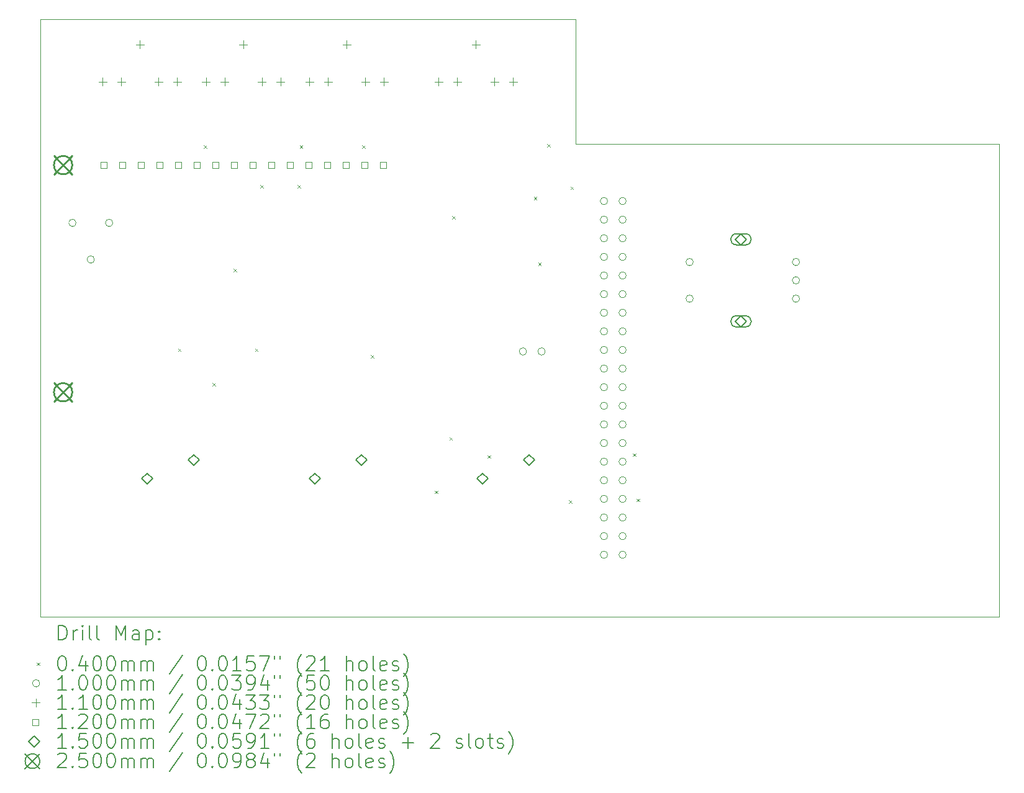
<source format=gbr>
%TF.GenerationSoftware,KiCad,Pcbnew,6.0.11*%
%TF.CreationDate,2024-07-23T18:38:11-05:00*%
%TF.ProjectId,minidexed,6d696e69-6465-4786-9564-2e6b69636164,rev?*%
%TF.SameCoordinates,Original*%
%TF.FileFunction,Drillmap*%
%TF.FilePolarity,Positive*%
%FSLAX45Y45*%
G04 Gerber Fmt 4.5, Leading zero omitted, Abs format (unit mm)*
G04 Created by KiCad (PCBNEW 6.0.11) date 2024-07-23 18:38:11*
%MOMM*%
%LPD*%
G01*
G04 APERTURE LIST*
%ADD10C,0.100000*%
%ADD11C,0.200000*%
%ADD12C,0.040000*%
%ADD13C,0.110000*%
%ADD14C,0.120000*%
%ADD15C,0.150000*%
%ADD16C,0.250000*%
G04 APERTURE END LIST*
D10*
X22525000Y-7600000D02*
X22525000Y-14050000D01*
X9450000Y-14050000D02*
X9450000Y-5900000D01*
X16750000Y-7600000D02*
X22525000Y-7600000D01*
X22525000Y-14050000D02*
X9450000Y-14050000D01*
X9450000Y-5900000D02*
X16750000Y-5900000D01*
X16750000Y-5900000D02*
X16750000Y-7600000D01*
D11*
D12*
X11330000Y-10390000D02*
X11370000Y-10430000D01*
X11370000Y-10390000D02*
X11330000Y-10430000D01*
X11680000Y-7620000D02*
X11720000Y-7660000D01*
X11720000Y-7620000D02*
X11680000Y-7660000D01*
X11800000Y-10860000D02*
X11840000Y-10900000D01*
X11840000Y-10860000D02*
X11800000Y-10900000D01*
X12090000Y-9300000D02*
X12130000Y-9340000D01*
X12130000Y-9300000D02*
X12090000Y-9340000D01*
X12380000Y-10390000D02*
X12420000Y-10430000D01*
X12420000Y-10390000D02*
X12380000Y-10430000D01*
X12450000Y-8160000D02*
X12490000Y-8200000D01*
X12490000Y-8160000D02*
X12450000Y-8200000D01*
X12960000Y-8160000D02*
X13000000Y-8200000D01*
X13000000Y-8160000D02*
X12960000Y-8200000D01*
X12990000Y-7620000D02*
X13030000Y-7660000D01*
X13030000Y-7620000D02*
X12990000Y-7660000D01*
X13840000Y-7620000D02*
X13880000Y-7660000D01*
X13880000Y-7620000D02*
X13840000Y-7660000D01*
X13960000Y-10480000D02*
X14000000Y-10520000D01*
X14000000Y-10480000D02*
X13960000Y-10520000D01*
X14830000Y-12330000D02*
X14870000Y-12370000D01*
X14870000Y-12330000D02*
X14830000Y-12370000D01*
X15030000Y-11600000D02*
X15070000Y-11640000D01*
X15070000Y-11600000D02*
X15030000Y-11640000D01*
X15070000Y-8580000D02*
X15110000Y-8620000D01*
X15110000Y-8580000D02*
X15070000Y-8620000D01*
X15550000Y-11847350D02*
X15590000Y-11887350D01*
X15590000Y-11847350D02*
X15550000Y-11887350D01*
X16180000Y-8320000D02*
X16220000Y-8360000D01*
X16220000Y-8320000D02*
X16180000Y-8360000D01*
X16240000Y-9220000D02*
X16280000Y-9260000D01*
X16280000Y-9220000D02*
X16240000Y-9260000D01*
X16360000Y-7600000D02*
X16400000Y-7640000D01*
X16400000Y-7600000D02*
X16360000Y-7640000D01*
X16660000Y-12460000D02*
X16700000Y-12500000D01*
X16700000Y-12460000D02*
X16660000Y-12500000D01*
X16680000Y-8180000D02*
X16720000Y-8220000D01*
X16720000Y-8180000D02*
X16680000Y-8220000D01*
X17530000Y-11820000D02*
X17570000Y-11860000D01*
X17570000Y-11820000D02*
X17530000Y-11860000D01*
X17580000Y-12440000D02*
X17620000Y-12480000D01*
X17620000Y-12440000D02*
X17580000Y-12480000D01*
D10*
X9940000Y-8676000D02*
G75*
G03*
X9940000Y-8676000I-50000J0D01*
G01*
X10190000Y-9176000D02*
G75*
G03*
X10190000Y-9176000I-50000J0D01*
G01*
X10440000Y-8676000D02*
G75*
G03*
X10440000Y-8676000I-50000J0D01*
G01*
X16082500Y-10430000D02*
G75*
G03*
X16082500Y-10430000I-50000J0D01*
G01*
X16336500Y-10430000D02*
G75*
G03*
X16336500Y-10430000I-50000J0D01*
G01*
X17187840Y-8378240D02*
G75*
G03*
X17187840Y-8378240I-50000J0D01*
G01*
X17187840Y-8632240D02*
G75*
G03*
X17187840Y-8632240I-50000J0D01*
G01*
X17187840Y-8886240D02*
G75*
G03*
X17187840Y-8886240I-50000J0D01*
G01*
X17187840Y-9140240D02*
G75*
G03*
X17187840Y-9140240I-50000J0D01*
G01*
X17187840Y-9394240D02*
G75*
G03*
X17187840Y-9394240I-50000J0D01*
G01*
X17187840Y-9648240D02*
G75*
G03*
X17187840Y-9648240I-50000J0D01*
G01*
X17187840Y-9902240D02*
G75*
G03*
X17187840Y-9902240I-50000J0D01*
G01*
X17187840Y-10156240D02*
G75*
G03*
X17187840Y-10156240I-50000J0D01*
G01*
X17187840Y-10410240D02*
G75*
G03*
X17187840Y-10410240I-50000J0D01*
G01*
X17187840Y-10664240D02*
G75*
G03*
X17187840Y-10664240I-50000J0D01*
G01*
X17187840Y-10918240D02*
G75*
G03*
X17187840Y-10918240I-50000J0D01*
G01*
X17187840Y-11172240D02*
G75*
G03*
X17187840Y-11172240I-50000J0D01*
G01*
X17187840Y-11426240D02*
G75*
G03*
X17187840Y-11426240I-50000J0D01*
G01*
X17187840Y-11680240D02*
G75*
G03*
X17187840Y-11680240I-50000J0D01*
G01*
X17187840Y-11934240D02*
G75*
G03*
X17187840Y-11934240I-50000J0D01*
G01*
X17187840Y-12188240D02*
G75*
G03*
X17187840Y-12188240I-50000J0D01*
G01*
X17187840Y-12442240D02*
G75*
G03*
X17187840Y-12442240I-50000J0D01*
G01*
X17187840Y-12696240D02*
G75*
G03*
X17187840Y-12696240I-50000J0D01*
G01*
X17187840Y-12950240D02*
G75*
G03*
X17187840Y-12950240I-50000J0D01*
G01*
X17187840Y-13204240D02*
G75*
G03*
X17187840Y-13204240I-50000J0D01*
G01*
X17441840Y-8378240D02*
G75*
G03*
X17441840Y-8378240I-50000J0D01*
G01*
X17441840Y-8632240D02*
G75*
G03*
X17441840Y-8632240I-50000J0D01*
G01*
X17441840Y-8886240D02*
G75*
G03*
X17441840Y-8886240I-50000J0D01*
G01*
X17441840Y-9140240D02*
G75*
G03*
X17441840Y-9140240I-50000J0D01*
G01*
X17441840Y-9394240D02*
G75*
G03*
X17441840Y-9394240I-50000J0D01*
G01*
X17441840Y-9648240D02*
G75*
G03*
X17441840Y-9648240I-50000J0D01*
G01*
X17441840Y-9902240D02*
G75*
G03*
X17441840Y-9902240I-50000J0D01*
G01*
X17441840Y-10156240D02*
G75*
G03*
X17441840Y-10156240I-50000J0D01*
G01*
X17441840Y-10410240D02*
G75*
G03*
X17441840Y-10410240I-50000J0D01*
G01*
X17441840Y-10664240D02*
G75*
G03*
X17441840Y-10664240I-50000J0D01*
G01*
X17441840Y-10918240D02*
G75*
G03*
X17441840Y-10918240I-50000J0D01*
G01*
X17441840Y-11172240D02*
G75*
G03*
X17441840Y-11172240I-50000J0D01*
G01*
X17441840Y-11426240D02*
G75*
G03*
X17441840Y-11426240I-50000J0D01*
G01*
X17441840Y-11680240D02*
G75*
G03*
X17441840Y-11680240I-50000J0D01*
G01*
X17441840Y-11934240D02*
G75*
G03*
X17441840Y-11934240I-50000J0D01*
G01*
X17441840Y-12188240D02*
G75*
G03*
X17441840Y-12188240I-50000J0D01*
G01*
X17441840Y-12442240D02*
G75*
G03*
X17441840Y-12442240I-50000J0D01*
G01*
X17441840Y-12696240D02*
G75*
G03*
X17441840Y-12696240I-50000J0D01*
G01*
X17441840Y-12950240D02*
G75*
G03*
X17441840Y-12950240I-50000J0D01*
G01*
X17441840Y-13204240D02*
G75*
G03*
X17441840Y-13204240I-50000J0D01*
G01*
X18355000Y-9210000D02*
G75*
G03*
X18355000Y-9210000I-50000J0D01*
G01*
X18355000Y-9710000D02*
G75*
G03*
X18355000Y-9710000I-50000J0D01*
G01*
X19805000Y-9210000D02*
G75*
G03*
X19805000Y-9210000I-50000J0D01*
G01*
X19805000Y-9460000D02*
G75*
G03*
X19805000Y-9460000I-50000J0D01*
G01*
X19805000Y-9710000D02*
G75*
G03*
X19805000Y-9710000I-50000J0D01*
G01*
D13*
X10302800Y-6693400D02*
X10302800Y-6803400D01*
X10247800Y-6748400D02*
X10357800Y-6748400D01*
X10556800Y-6693400D02*
X10556800Y-6803400D01*
X10501800Y-6748400D02*
X10611800Y-6748400D01*
X10810800Y-6185400D02*
X10810800Y-6295400D01*
X10755800Y-6240400D02*
X10865800Y-6240400D01*
X11064800Y-6693400D02*
X11064800Y-6803400D01*
X11009800Y-6748400D02*
X11119800Y-6748400D01*
X11318800Y-6693400D02*
X11318800Y-6803400D01*
X11263800Y-6748400D02*
X11373800Y-6748400D01*
X11712500Y-6693400D02*
X11712500Y-6803400D01*
X11657500Y-6748400D02*
X11767500Y-6748400D01*
X11966500Y-6693400D02*
X11966500Y-6803400D01*
X11911500Y-6748400D02*
X12021500Y-6748400D01*
X12220500Y-6185400D02*
X12220500Y-6295400D01*
X12165500Y-6240400D02*
X12275500Y-6240400D01*
X12474500Y-6693400D02*
X12474500Y-6803400D01*
X12419500Y-6748400D02*
X12529500Y-6748400D01*
X12728500Y-6693400D02*
X12728500Y-6803400D01*
X12673500Y-6748400D02*
X12783500Y-6748400D01*
X13122200Y-6693400D02*
X13122200Y-6803400D01*
X13067200Y-6748400D02*
X13177200Y-6748400D01*
X13376200Y-6693400D02*
X13376200Y-6803400D01*
X13321200Y-6748400D02*
X13431200Y-6748400D01*
X13630200Y-6185400D02*
X13630200Y-6295400D01*
X13575200Y-6240400D02*
X13685200Y-6240400D01*
X13884200Y-6693400D02*
X13884200Y-6803400D01*
X13829200Y-6748400D02*
X13939200Y-6748400D01*
X14138200Y-6693400D02*
X14138200Y-6803400D01*
X14083200Y-6748400D02*
X14193200Y-6748400D01*
X14882500Y-6695000D02*
X14882500Y-6805000D01*
X14827500Y-6750000D02*
X14937500Y-6750000D01*
X15136500Y-6695000D02*
X15136500Y-6805000D01*
X15081500Y-6750000D02*
X15191500Y-6750000D01*
X15390500Y-6187000D02*
X15390500Y-6297000D01*
X15335500Y-6242000D02*
X15445500Y-6242000D01*
X15644500Y-6695000D02*
X15644500Y-6805000D01*
X15589500Y-6750000D02*
X15699500Y-6750000D01*
X15898500Y-6695000D02*
X15898500Y-6805000D01*
X15843500Y-6750000D02*
X15953500Y-6750000D01*
D14*
X10355227Y-7930077D02*
X10355227Y-7845223D01*
X10270373Y-7845223D01*
X10270373Y-7930077D01*
X10355227Y-7930077D01*
X10609227Y-7930077D02*
X10609227Y-7845223D01*
X10524373Y-7845223D01*
X10524373Y-7930077D01*
X10609227Y-7930077D01*
X10863227Y-7930077D02*
X10863227Y-7845223D01*
X10778373Y-7845223D01*
X10778373Y-7930077D01*
X10863227Y-7930077D01*
X11117227Y-7930077D02*
X11117227Y-7845223D01*
X11032373Y-7845223D01*
X11032373Y-7930077D01*
X11117227Y-7930077D01*
X11371227Y-7930077D02*
X11371227Y-7845223D01*
X11286373Y-7845223D01*
X11286373Y-7930077D01*
X11371227Y-7930077D01*
X11625227Y-7930077D02*
X11625227Y-7845223D01*
X11540373Y-7845223D01*
X11540373Y-7930077D01*
X11625227Y-7930077D01*
X11879227Y-7930077D02*
X11879227Y-7845223D01*
X11794373Y-7845223D01*
X11794373Y-7930077D01*
X11879227Y-7930077D01*
X12133227Y-7930077D02*
X12133227Y-7845223D01*
X12048373Y-7845223D01*
X12048373Y-7930077D01*
X12133227Y-7930077D01*
X12387227Y-7930077D02*
X12387227Y-7845223D01*
X12302373Y-7845223D01*
X12302373Y-7930077D01*
X12387227Y-7930077D01*
X12641227Y-7930077D02*
X12641227Y-7845223D01*
X12556373Y-7845223D01*
X12556373Y-7930077D01*
X12641227Y-7930077D01*
X12895227Y-7930077D02*
X12895227Y-7845223D01*
X12810373Y-7845223D01*
X12810373Y-7930077D01*
X12895227Y-7930077D01*
X13149227Y-7930077D02*
X13149227Y-7845223D01*
X13064373Y-7845223D01*
X13064373Y-7930077D01*
X13149227Y-7930077D01*
X13403227Y-7930077D02*
X13403227Y-7845223D01*
X13318373Y-7845223D01*
X13318373Y-7930077D01*
X13403227Y-7930077D01*
X13657227Y-7930077D02*
X13657227Y-7845223D01*
X13572373Y-7845223D01*
X13572373Y-7930077D01*
X13657227Y-7930077D01*
X13911227Y-7930077D02*
X13911227Y-7845223D01*
X13826373Y-7845223D01*
X13826373Y-7930077D01*
X13911227Y-7930077D01*
X14165227Y-7930077D02*
X14165227Y-7845223D01*
X14080373Y-7845223D01*
X14080373Y-7930077D01*
X14165227Y-7930077D01*
D15*
X10909000Y-12241000D02*
X10984000Y-12166000D01*
X10909000Y-12091000D01*
X10834000Y-12166000D01*
X10909000Y-12241000D01*
X11544000Y-11987000D02*
X11619000Y-11912000D01*
X11544000Y-11837000D01*
X11469000Y-11912000D01*
X11544000Y-11987000D01*
X13194000Y-12241000D02*
X13269000Y-12166000D01*
X13194000Y-12091000D01*
X13119000Y-12166000D01*
X13194000Y-12241000D01*
X13829000Y-11987000D02*
X13904000Y-11912000D01*
X13829000Y-11837000D01*
X13754000Y-11912000D01*
X13829000Y-11987000D01*
X15479000Y-12241000D02*
X15554000Y-12166000D01*
X15479000Y-12091000D01*
X15404000Y-12166000D01*
X15479000Y-12241000D01*
X16114000Y-11987000D02*
X16189000Y-11912000D01*
X16114000Y-11837000D01*
X16039000Y-11912000D01*
X16114000Y-11987000D01*
X19005000Y-8975000D02*
X19080000Y-8900000D01*
X19005000Y-8825000D01*
X18930000Y-8900000D01*
X19005000Y-8975000D01*
D11*
X19070000Y-8825000D02*
X18940000Y-8825000D01*
X19070000Y-8975000D02*
X18940000Y-8975000D01*
X18940000Y-8825000D02*
G75*
G03*
X18940000Y-8975000I0J-75000D01*
G01*
X19070000Y-8975000D02*
G75*
G03*
X19070000Y-8825000I0J75000D01*
G01*
D15*
X19005000Y-10095000D02*
X19080000Y-10020000D01*
X19005000Y-9945000D01*
X18930000Y-10020000D01*
X19005000Y-10095000D01*
D11*
X19070000Y-9945000D02*
X18940000Y-9945000D01*
X19070000Y-10095000D02*
X18940000Y-10095000D01*
X18940000Y-9945000D02*
G75*
G03*
X18940000Y-10095000I0J-75000D01*
G01*
X19070000Y-10095000D02*
G75*
G03*
X19070000Y-9945000I0J75000D01*
G01*
D16*
X9637890Y-7762650D02*
X9887890Y-8012650D01*
X9887890Y-7762650D02*
X9637890Y-8012650D01*
X9887890Y-7887650D02*
G75*
G03*
X9887890Y-7887650I-125000J0D01*
G01*
X9637890Y-10862720D02*
X9887890Y-11112720D01*
X9887890Y-10862720D02*
X9637890Y-11112720D01*
X9887890Y-10987720D02*
G75*
G03*
X9887890Y-10987720I-125000J0D01*
G01*
D11*
X9702619Y-14365476D02*
X9702619Y-14165476D01*
X9750238Y-14165476D01*
X9778810Y-14175000D01*
X9797857Y-14194048D01*
X9807381Y-14213095D01*
X9816905Y-14251190D01*
X9816905Y-14279762D01*
X9807381Y-14317857D01*
X9797857Y-14336905D01*
X9778810Y-14355952D01*
X9750238Y-14365476D01*
X9702619Y-14365476D01*
X9902619Y-14365476D02*
X9902619Y-14232143D01*
X9902619Y-14270238D02*
X9912143Y-14251190D01*
X9921667Y-14241667D01*
X9940714Y-14232143D01*
X9959762Y-14232143D01*
X10026429Y-14365476D02*
X10026429Y-14232143D01*
X10026429Y-14165476D02*
X10016905Y-14175000D01*
X10026429Y-14184524D01*
X10035952Y-14175000D01*
X10026429Y-14165476D01*
X10026429Y-14184524D01*
X10150238Y-14365476D02*
X10131190Y-14355952D01*
X10121667Y-14336905D01*
X10121667Y-14165476D01*
X10255000Y-14365476D02*
X10235952Y-14355952D01*
X10226429Y-14336905D01*
X10226429Y-14165476D01*
X10483571Y-14365476D02*
X10483571Y-14165476D01*
X10550238Y-14308333D01*
X10616905Y-14165476D01*
X10616905Y-14365476D01*
X10797857Y-14365476D02*
X10797857Y-14260714D01*
X10788333Y-14241667D01*
X10769286Y-14232143D01*
X10731190Y-14232143D01*
X10712143Y-14241667D01*
X10797857Y-14355952D02*
X10778810Y-14365476D01*
X10731190Y-14365476D01*
X10712143Y-14355952D01*
X10702619Y-14336905D01*
X10702619Y-14317857D01*
X10712143Y-14298809D01*
X10731190Y-14289286D01*
X10778810Y-14289286D01*
X10797857Y-14279762D01*
X10893095Y-14232143D02*
X10893095Y-14432143D01*
X10893095Y-14241667D02*
X10912143Y-14232143D01*
X10950238Y-14232143D01*
X10969286Y-14241667D01*
X10978810Y-14251190D01*
X10988333Y-14270238D01*
X10988333Y-14327381D01*
X10978810Y-14346428D01*
X10969286Y-14355952D01*
X10950238Y-14365476D01*
X10912143Y-14365476D01*
X10893095Y-14355952D01*
X11074048Y-14346428D02*
X11083571Y-14355952D01*
X11074048Y-14365476D01*
X11064524Y-14355952D01*
X11074048Y-14346428D01*
X11074048Y-14365476D01*
X11074048Y-14241667D02*
X11083571Y-14251190D01*
X11074048Y-14260714D01*
X11064524Y-14251190D01*
X11074048Y-14241667D01*
X11074048Y-14260714D01*
D12*
X9405000Y-14675000D02*
X9445000Y-14715000D01*
X9445000Y-14675000D02*
X9405000Y-14715000D01*
D11*
X9740714Y-14585476D02*
X9759762Y-14585476D01*
X9778810Y-14595000D01*
X9788333Y-14604524D01*
X9797857Y-14623571D01*
X9807381Y-14661667D01*
X9807381Y-14709286D01*
X9797857Y-14747381D01*
X9788333Y-14766428D01*
X9778810Y-14775952D01*
X9759762Y-14785476D01*
X9740714Y-14785476D01*
X9721667Y-14775952D01*
X9712143Y-14766428D01*
X9702619Y-14747381D01*
X9693095Y-14709286D01*
X9693095Y-14661667D01*
X9702619Y-14623571D01*
X9712143Y-14604524D01*
X9721667Y-14595000D01*
X9740714Y-14585476D01*
X9893095Y-14766428D02*
X9902619Y-14775952D01*
X9893095Y-14785476D01*
X9883571Y-14775952D01*
X9893095Y-14766428D01*
X9893095Y-14785476D01*
X10074048Y-14652143D02*
X10074048Y-14785476D01*
X10026429Y-14575952D02*
X9978810Y-14718809D01*
X10102619Y-14718809D01*
X10216905Y-14585476D02*
X10235952Y-14585476D01*
X10255000Y-14595000D01*
X10264524Y-14604524D01*
X10274048Y-14623571D01*
X10283571Y-14661667D01*
X10283571Y-14709286D01*
X10274048Y-14747381D01*
X10264524Y-14766428D01*
X10255000Y-14775952D01*
X10235952Y-14785476D01*
X10216905Y-14785476D01*
X10197857Y-14775952D01*
X10188333Y-14766428D01*
X10178810Y-14747381D01*
X10169286Y-14709286D01*
X10169286Y-14661667D01*
X10178810Y-14623571D01*
X10188333Y-14604524D01*
X10197857Y-14595000D01*
X10216905Y-14585476D01*
X10407381Y-14585476D02*
X10426429Y-14585476D01*
X10445476Y-14595000D01*
X10455000Y-14604524D01*
X10464524Y-14623571D01*
X10474048Y-14661667D01*
X10474048Y-14709286D01*
X10464524Y-14747381D01*
X10455000Y-14766428D01*
X10445476Y-14775952D01*
X10426429Y-14785476D01*
X10407381Y-14785476D01*
X10388333Y-14775952D01*
X10378810Y-14766428D01*
X10369286Y-14747381D01*
X10359762Y-14709286D01*
X10359762Y-14661667D01*
X10369286Y-14623571D01*
X10378810Y-14604524D01*
X10388333Y-14595000D01*
X10407381Y-14585476D01*
X10559762Y-14785476D02*
X10559762Y-14652143D01*
X10559762Y-14671190D02*
X10569286Y-14661667D01*
X10588333Y-14652143D01*
X10616905Y-14652143D01*
X10635952Y-14661667D01*
X10645476Y-14680714D01*
X10645476Y-14785476D01*
X10645476Y-14680714D02*
X10655000Y-14661667D01*
X10674048Y-14652143D01*
X10702619Y-14652143D01*
X10721667Y-14661667D01*
X10731190Y-14680714D01*
X10731190Y-14785476D01*
X10826429Y-14785476D02*
X10826429Y-14652143D01*
X10826429Y-14671190D02*
X10835952Y-14661667D01*
X10855000Y-14652143D01*
X10883571Y-14652143D01*
X10902619Y-14661667D01*
X10912143Y-14680714D01*
X10912143Y-14785476D01*
X10912143Y-14680714D02*
X10921667Y-14661667D01*
X10940714Y-14652143D01*
X10969286Y-14652143D01*
X10988333Y-14661667D01*
X10997857Y-14680714D01*
X10997857Y-14785476D01*
X11388333Y-14575952D02*
X11216905Y-14833095D01*
X11645476Y-14585476D02*
X11664524Y-14585476D01*
X11683571Y-14595000D01*
X11693095Y-14604524D01*
X11702619Y-14623571D01*
X11712143Y-14661667D01*
X11712143Y-14709286D01*
X11702619Y-14747381D01*
X11693095Y-14766428D01*
X11683571Y-14775952D01*
X11664524Y-14785476D01*
X11645476Y-14785476D01*
X11626428Y-14775952D01*
X11616905Y-14766428D01*
X11607381Y-14747381D01*
X11597857Y-14709286D01*
X11597857Y-14661667D01*
X11607381Y-14623571D01*
X11616905Y-14604524D01*
X11626428Y-14595000D01*
X11645476Y-14585476D01*
X11797857Y-14766428D02*
X11807381Y-14775952D01*
X11797857Y-14785476D01*
X11788333Y-14775952D01*
X11797857Y-14766428D01*
X11797857Y-14785476D01*
X11931190Y-14585476D02*
X11950238Y-14585476D01*
X11969286Y-14595000D01*
X11978809Y-14604524D01*
X11988333Y-14623571D01*
X11997857Y-14661667D01*
X11997857Y-14709286D01*
X11988333Y-14747381D01*
X11978809Y-14766428D01*
X11969286Y-14775952D01*
X11950238Y-14785476D01*
X11931190Y-14785476D01*
X11912143Y-14775952D01*
X11902619Y-14766428D01*
X11893095Y-14747381D01*
X11883571Y-14709286D01*
X11883571Y-14661667D01*
X11893095Y-14623571D01*
X11902619Y-14604524D01*
X11912143Y-14595000D01*
X11931190Y-14585476D01*
X12188333Y-14785476D02*
X12074048Y-14785476D01*
X12131190Y-14785476D02*
X12131190Y-14585476D01*
X12112143Y-14614048D01*
X12093095Y-14633095D01*
X12074048Y-14642619D01*
X12369286Y-14585476D02*
X12274048Y-14585476D01*
X12264524Y-14680714D01*
X12274048Y-14671190D01*
X12293095Y-14661667D01*
X12340714Y-14661667D01*
X12359762Y-14671190D01*
X12369286Y-14680714D01*
X12378809Y-14699762D01*
X12378809Y-14747381D01*
X12369286Y-14766428D01*
X12359762Y-14775952D01*
X12340714Y-14785476D01*
X12293095Y-14785476D01*
X12274048Y-14775952D01*
X12264524Y-14766428D01*
X12445476Y-14585476D02*
X12578809Y-14585476D01*
X12493095Y-14785476D01*
X12645476Y-14585476D02*
X12645476Y-14623571D01*
X12721667Y-14585476D02*
X12721667Y-14623571D01*
X13016905Y-14861667D02*
X13007381Y-14852143D01*
X12988333Y-14823571D01*
X12978809Y-14804524D01*
X12969286Y-14775952D01*
X12959762Y-14728333D01*
X12959762Y-14690238D01*
X12969286Y-14642619D01*
X12978809Y-14614048D01*
X12988333Y-14595000D01*
X13007381Y-14566428D01*
X13016905Y-14556905D01*
X13083571Y-14604524D02*
X13093095Y-14595000D01*
X13112143Y-14585476D01*
X13159762Y-14585476D01*
X13178809Y-14595000D01*
X13188333Y-14604524D01*
X13197857Y-14623571D01*
X13197857Y-14642619D01*
X13188333Y-14671190D01*
X13074048Y-14785476D01*
X13197857Y-14785476D01*
X13388333Y-14785476D02*
X13274048Y-14785476D01*
X13331190Y-14785476D02*
X13331190Y-14585476D01*
X13312143Y-14614048D01*
X13293095Y-14633095D01*
X13274048Y-14642619D01*
X13626428Y-14785476D02*
X13626428Y-14585476D01*
X13712143Y-14785476D02*
X13712143Y-14680714D01*
X13702619Y-14661667D01*
X13683571Y-14652143D01*
X13655000Y-14652143D01*
X13635952Y-14661667D01*
X13626428Y-14671190D01*
X13835952Y-14785476D02*
X13816905Y-14775952D01*
X13807381Y-14766428D01*
X13797857Y-14747381D01*
X13797857Y-14690238D01*
X13807381Y-14671190D01*
X13816905Y-14661667D01*
X13835952Y-14652143D01*
X13864524Y-14652143D01*
X13883571Y-14661667D01*
X13893095Y-14671190D01*
X13902619Y-14690238D01*
X13902619Y-14747381D01*
X13893095Y-14766428D01*
X13883571Y-14775952D01*
X13864524Y-14785476D01*
X13835952Y-14785476D01*
X14016905Y-14785476D02*
X13997857Y-14775952D01*
X13988333Y-14756905D01*
X13988333Y-14585476D01*
X14169286Y-14775952D02*
X14150238Y-14785476D01*
X14112143Y-14785476D01*
X14093095Y-14775952D01*
X14083571Y-14756905D01*
X14083571Y-14680714D01*
X14093095Y-14661667D01*
X14112143Y-14652143D01*
X14150238Y-14652143D01*
X14169286Y-14661667D01*
X14178809Y-14680714D01*
X14178809Y-14699762D01*
X14083571Y-14718809D01*
X14255000Y-14775952D02*
X14274048Y-14785476D01*
X14312143Y-14785476D01*
X14331190Y-14775952D01*
X14340714Y-14756905D01*
X14340714Y-14747381D01*
X14331190Y-14728333D01*
X14312143Y-14718809D01*
X14283571Y-14718809D01*
X14264524Y-14709286D01*
X14255000Y-14690238D01*
X14255000Y-14680714D01*
X14264524Y-14661667D01*
X14283571Y-14652143D01*
X14312143Y-14652143D01*
X14331190Y-14661667D01*
X14407381Y-14861667D02*
X14416905Y-14852143D01*
X14435952Y-14823571D01*
X14445476Y-14804524D01*
X14455000Y-14775952D01*
X14464524Y-14728333D01*
X14464524Y-14690238D01*
X14455000Y-14642619D01*
X14445476Y-14614048D01*
X14435952Y-14595000D01*
X14416905Y-14566428D01*
X14407381Y-14556905D01*
D10*
X9445000Y-14959000D02*
G75*
G03*
X9445000Y-14959000I-50000J0D01*
G01*
D11*
X9807381Y-15049476D02*
X9693095Y-15049476D01*
X9750238Y-15049476D02*
X9750238Y-14849476D01*
X9731190Y-14878048D01*
X9712143Y-14897095D01*
X9693095Y-14906619D01*
X9893095Y-15030428D02*
X9902619Y-15039952D01*
X9893095Y-15049476D01*
X9883571Y-15039952D01*
X9893095Y-15030428D01*
X9893095Y-15049476D01*
X10026429Y-14849476D02*
X10045476Y-14849476D01*
X10064524Y-14859000D01*
X10074048Y-14868524D01*
X10083571Y-14887571D01*
X10093095Y-14925667D01*
X10093095Y-14973286D01*
X10083571Y-15011381D01*
X10074048Y-15030428D01*
X10064524Y-15039952D01*
X10045476Y-15049476D01*
X10026429Y-15049476D01*
X10007381Y-15039952D01*
X9997857Y-15030428D01*
X9988333Y-15011381D01*
X9978810Y-14973286D01*
X9978810Y-14925667D01*
X9988333Y-14887571D01*
X9997857Y-14868524D01*
X10007381Y-14859000D01*
X10026429Y-14849476D01*
X10216905Y-14849476D02*
X10235952Y-14849476D01*
X10255000Y-14859000D01*
X10264524Y-14868524D01*
X10274048Y-14887571D01*
X10283571Y-14925667D01*
X10283571Y-14973286D01*
X10274048Y-15011381D01*
X10264524Y-15030428D01*
X10255000Y-15039952D01*
X10235952Y-15049476D01*
X10216905Y-15049476D01*
X10197857Y-15039952D01*
X10188333Y-15030428D01*
X10178810Y-15011381D01*
X10169286Y-14973286D01*
X10169286Y-14925667D01*
X10178810Y-14887571D01*
X10188333Y-14868524D01*
X10197857Y-14859000D01*
X10216905Y-14849476D01*
X10407381Y-14849476D02*
X10426429Y-14849476D01*
X10445476Y-14859000D01*
X10455000Y-14868524D01*
X10464524Y-14887571D01*
X10474048Y-14925667D01*
X10474048Y-14973286D01*
X10464524Y-15011381D01*
X10455000Y-15030428D01*
X10445476Y-15039952D01*
X10426429Y-15049476D01*
X10407381Y-15049476D01*
X10388333Y-15039952D01*
X10378810Y-15030428D01*
X10369286Y-15011381D01*
X10359762Y-14973286D01*
X10359762Y-14925667D01*
X10369286Y-14887571D01*
X10378810Y-14868524D01*
X10388333Y-14859000D01*
X10407381Y-14849476D01*
X10559762Y-15049476D02*
X10559762Y-14916143D01*
X10559762Y-14935190D02*
X10569286Y-14925667D01*
X10588333Y-14916143D01*
X10616905Y-14916143D01*
X10635952Y-14925667D01*
X10645476Y-14944714D01*
X10645476Y-15049476D01*
X10645476Y-14944714D02*
X10655000Y-14925667D01*
X10674048Y-14916143D01*
X10702619Y-14916143D01*
X10721667Y-14925667D01*
X10731190Y-14944714D01*
X10731190Y-15049476D01*
X10826429Y-15049476D02*
X10826429Y-14916143D01*
X10826429Y-14935190D02*
X10835952Y-14925667D01*
X10855000Y-14916143D01*
X10883571Y-14916143D01*
X10902619Y-14925667D01*
X10912143Y-14944714D01*
X10912143Y-15049476D01*
X10912143Y-14944714D02*
X10921667Y-14925667D01*
X10940714Y-14916143D01*
X10969286Y-14916143D01*
X10988333Y-14925667D01*
X10997857Y-14944714D01*
X10997857Y-15049476D01*
X11388333Y-14839952D02*
X11216905Y-15097095D01*
X11645476Y-14849476D02*
X11664524Y-14849476D01*
X11683571Y-14859000D01*
X11693095Y-14868524D01*
X11702619Y-14887571D01*
X11712143Y-14925667D01*
X11712143Y-14973286D01*
X11702619Y-15011381D01*
X11693095Y-15030428D01*
X11683571Y-15039952D01*
X11664524Y-15049476D01*
X11645476Y-15049476D01*
X11626428Y-15039952D01*
X11616905Y-15030428D01*
X11607381Y-15011381D01*
X11597857Y-14973286D01*
X11597857Y-14925667D01*
X11607381Y-14887571D01*
X11616905Y-14868524D01*
X11626428Y-14859000D01*
X11645476Y-14849476D01*
X11797857Y-15030428D02*
X11807381Y-15039952D01*
X11797857Y-15049476D01*
X11788333Y-15039952D01*
X11797857Y-15030428D01*
X11797857Y-15049476D01*
X11931190Y-14849476D02*
X11950238Y-14849476D01*
X11969286Y-14859000D01*
X11978809Y-14868524D01*
X11988333Y-14887571D01*
X11997857Y-14925667D01*
X11997857Y-14973286D01*
X11988333Y-15011381D01*
X11978809Y-15030428D01*
X11969286Y-15039952D01*
X11950238Y-15049476D01*
X11931190Y-15049476D01*
X11912143Y-15039952D01*
X11902619Y-15030428D01*
X11893095Y-15011381D01*
X11883571Y-14973286D01*
X11883571Y-14925667D01*
X11893095Y-14887571D01*
X11902619Y-14868524D01*
X11912143Y-14859000D01*
X11931190Y-14849476D01*
X12064524Y-14849476D02*
X12188333Y-14849476D01*
X12121667Y-14925667D01*
X12150238Y-14925667D01*
X12169286Y-14935190D01*
X12178809Y-14944714D01*
X12188333Y-14963762D01*
X12188333Y-15011381D01*
X12178809Y-15030428D01*
X12169286Y-15039952D01*
X12150238Y-15049476D01*
X12093095Y-15049476D01*
X12074048Y-15039952D01*
X12064524Y-15030428D01*
X12283571Y-15049476D02*
X12321667Y-15049476D01*
X12340714Y-15039952D01*
X12350238Y-15030428D01*
X12369286Y-15001857D01*
X12378809Y-14963762D01*
X12378809Y-14887571D01*
X12369286Y-14868524D01*
X12359762Y-14859000D01*
X12340714Y-14849476D01*
X12302619Y-14849476D01*
X12283571Y-14859000D01*
X12274048Y-14868524D01*
X12264524Y-14887571D01*
X12264524Y-14935190D01*
X12274048Y-14954238D01*
X12283571Y-14963762D01*
X12302619Y-14973286D01*
X12340714Y-14973286D01*
X12359762Y-14963762D01*
X12369286Y-14954238D01*
X12378809Y-14935190D01*
X12550238Y-14916143D02*
X12550238Y-15049476D01*
X12502619Y-14839952D02*
X12455000Y-14982809D01*
X12578809Y-14982809D01*
X12645476Y-14849476D02*
X12645476Y-14887571D01*
X12721667Y-14849476D02*
X12721667Y-14887571D01*
X13016905Y-15125667D02*
X13007381Y-15116143D01*
X12988333Y-15087571D01*
X12978809Y-15068524D01*
X12969286Y-15039952D01*
X12959762Y-14992333D01*
X12959762Y-14954238D01*
X12969286Y-14906619D01*
X12978809Y-14878048D01*
X12988333Y-14859000D01*
X13007381Y-14830428D01*
X13016905Y-14820905D01*
X13188333Y-14849476D02*
X13093095Y-14849476D01*
X13083571Y-14944714D01*
X13093095Y-14935190D01*
X13112143Y-14925667D01*
X13159762Y-14925667D01*
X13178809Y-14935190D01*
X13188333Y-14944714D01*
X13197857Y-14963762D01*
X13197857Y-15011381D01*
X13188333Y-15030428D01*
X13178809Y-15039952D01*
X13159762Y-15049476D01*
X13112143Y-15049476D01*
X13093095Y-15039952D01*
X13083571Y-15030428D01*
X13321667Y-14849476D02*
X13340714Y-14849476D01*
X13359762Y-14859000D01*
X13369286Y-14868524D01*
X13378809Y-14887571D01*
X13388333Y-14925667D01*
X13388333Y-14973286D01*
X13378809Y-15011381D01*
X13369286Y-15030428D01*
X13359762Y-15039952D01*
X13340714Y-15049476D01*
X13321667Y-15049476D01*
X13302619Y-15039952D01*
X13293095Y-15030428D01*
X13283571Y-15011381D01*
X13274048Y-14973286D01*
X13274048Y-14925667D01*
X13283571Y-14887571D01*
X13293095Y-14868524D01*
X13302619Y-14859000D01*
X13321667Y-14849476D01*
X13626428Y-15049476D02*
X13626428Y-14849476D01*
X13712143Y-15049476D02*
X13712143Y-14944714D01*
X13702619Y-14925667D01*
X13683571Y-14916143D01*
X13655000Y-14916143D01*
X13635952Y-14925667D01*
X13626428Y-14935190D01*
X13835952Y-15049476D02*
X13816905Y-15039952D01*
X13807381Y-15030428D01*
X13797857Y-15011381D01*
X13797857Y-14954238D01*
X13807381Y-14935190D01*
X13816905Y-14925667D01*
X13835952Y-14916143D01*
X13864524Y-14916143D01*
X13883571Y-14925667D01*
X13893095Y-14935190D01*
X13902619Y-14954238D01*
X13902619Y-15011381D01*
X13893095Y-15030428D01*
X13883571Y-15039952D01*
X13864524Y-15049476D01*
X13835952Y-15049476D01*
X14016905Y-15049476D02*
X13997857Y-15039952D01*
X13988333Y-15020905D01*
X13988333Y-14849476D01*
X14169286Y-15039952D02*
X14150238Y-15049476D01*
X14112143Y-15049476D01*
X14093095Y-15039952D01*
X14083571Y-15020905D01*
X14083571Y-14944714D01*
X14093095Y-14925667D01*
X14112143Y-14916143D01*
X14150238Y-14916143D01*
X14169286Y-14925667D01*
X14178809Y-14944714D01*
X14178809Y-14963762D01*
X14083571Y-14982809D01*
X14255000Y-15039952D02*
X14274048Y-15049476D01*
X14312143Y-15049476D01*
X14331190Y-15039952D01*
X14340714Y-15020905D01*
X14340714Y-15011381D01*
X14331190Y-14992333D01*
X14312143Y-14982809D01*
X14283571Y-14982809D01*
X14264524Y-14973286D01*
X14255000Y-14954238D01*
X14255000Y-14944714D01*
X14264524Y-14925667D01*
X14283571Y-14916143D01*
X14312143Y-14916143D01*
X14331190Y-14925667D01*
X14407381Y-15125667D02*
X14416905Y-15116143D01*
X14435952Y-15087571D01*
X14445476Y-15068524D01*
X14455000Y-15039952D01*
X14464524Y-14992333D01*
X14464524Y-14954238D01*
X14455000Y-14906619D01*
X14445476Y-14878048D01*
X14435952Y-14859000D01*
X14416905Y-14830428D01*
X14407381Y-14820905D01*
D13*
X9390000Y-15168000D02*
X9390000Y-15278000D01*
X9335000Y-15223000D02*
X9445000Y-15223000D01*
D11*
X9807381Y-15313476D02*
X9693095Y-15313476D01*
X9750238Y-15313476D02*
X9750238Y-15113476D01*
X9731190Y-15142048D01*
X9712143Y-15161095D01*
X9693095Y-15170619D01*
X9893095Y-15294428D02*
X9902619Y-15303952D01*
X9893095Y-15313476D01*
X9883571Y-15303952D01*
X9893095Y-15294428D01*
X9893095Y-15313476D01*
X10093095Y-15313476D02*
X9978810Y-15313476D01*
X10035952Y-15313476D02*
X10035952Y-15113476D01*
X10016905Y-15142048D01*
X9997857Y-15161095D01*
X9978810Y-15170619D01*
X10216905Y-15113476D02*
X10235952Y-15113476D01*
X10255000Y-15123000D01*
X10264524Y-15132524D01*
X10274048Y-15151571D01*
X10283571Y-15189667D01*
X10283571Y-15237286D01*
X10274048Y-15275381D01*
X10264524Y-15294428D01*
X10255000Y-15303952D01*
X10235952Y-15313476D01*
X10216905Y-15313476D01*
X10197857Y-15303952D01*
X10188333Y-15294428D01*
X10178810Y-15275381D01*
X10169286Y-15237286D01*
X10169286Y-15189667D01*
X10178810Y-15151571D01*
X10188333Y-15132524D01*
X10197857Y-15123000D01*
X10216905Y-15113476D01*
X10407381Y-15113476D02*
X10426429Y-15113476D01*
X10445476Y-15123000D01*
X10455000Y-15132524D01*
X10464524Y-15151571D01*
X10474048Y-15189667D01*
X10474048Y-15237286D01*
X10464524Y-15275381D01*
X10455000Y-15294428D01*
X10445476Y-15303952D01*
X10426429Y-15313476D01*
X10407381Y-15313476D01*
X10388333Y-15303952D01*
X10378810Y-15294428D01*
X10369286Y-15275381D01*
X10359762Y-15237286D01*
X10359762Y-15189667D01*
X10369286Y-15151571D01*
X10378810Y-15132524D01*
X10388333Y-15123000D01*
X10407381Y-15113476D01*
X10559762Y-15313476D02*
X10559762Y-15180143D01*
X10559762Y-15199190D02*
X10569286Y-15189667D01*
X10588333Y-15180143D01*
X10616905Y-15180143D01*
X10635952Y-15189667D01*
X10645476Y-15208714D01*
X10645476Y-15313476D01*
X10645476Y-15208714D02*
X10655000Y-15189667D01*
X10674048Y-15180143D01*
X10702619Y-15180143D01*
X10721667Y-15189667D01*
X10731190Y-15208714D01*
X10731190Y-15313476D01*
X10826429Y-15313476D02*
X10826429Y-15180143D01*
X10826429Y-15199190D02*
X10835952Y-15189667D01*
X10855000Y-15180143D01*
X10883571Y-15180143D01*
X10902619Y-15189667D01*
X10912143Y-15208714D01*
X10912143Y-15313476D01*
X10912143Y-15208714D02*
X10921667Y-15189667D01*
X10940714Y-15180143D01*
X10969286Y-15180143D01*
X10988333Y-15189667D01*
X10997857Y-15208714D01*
X10997857Y-15313476D01*
X11388333Y-15103952D02*
X11216905Y-15361095D01*
X11645476Y-15113476D02*
X11664524Y-15113476D01*
X11683571Y-15123000D01*
X11693095Y-15132524D01*
X11702619Y-15151571D01*
X11712143Y-15189667D01*
X11712143Y-15237286D01*
X11702619Y-15275381D01*
X11693095Y-15294428D01*
X11683571Y-15303952D01*
X11664524Y-15313476D01*
X11645476Y-15313476D01*
X11626428Y-15303952D01*
X11616905Y-15294428D01*
X11607381Y-15275381D01*
X11597857Y-15237286D01*
X11597857Y-15189667D01*
X11607381Y-15151571D01*
X11616905Y-15132524D01*
X11626428Y-15123000D01*
X11645476Y-15113476D01*
X11797857Y-15294428D02*
X11807381Y-15303952D01*
X11797857Y-15313476D01*
X11788333Y-15303952D01*
X11797857Y-15294428D01*
X11797857Y-15313476D01*
X11931190Y-15113476D02*
X11950238Y-15113476D01*
X11969286Y-15123000D01*
X11978809Y-15132524D01*
X11988333Y-15151571D01*
X11997857Y-15189667D01*
X11997857Y-15237286D01*
X11988333Y-15275381D01*
X11978809Y-15294428D01*
X11969286Y-15303952D01*
X11950238Y-15313476D01*
X11931190Y-15313476D01*
X11912143Y-15303952D01*
X11902619Y-15294428D01*
X11893095Y-15275381D01*
X11883571Y-15237286D01*
X11883571Y-15189667D01*
X11893095Y-15151571D01*
X11902619Y-15132524D01*
X11912143Y-15123000D01*
X11931190Y-15113476D01*
X12169286Y-15180143D02*
X12169286Y-15313476D01*
X12121667Y-15103952D02*
X12074048Y-15246809D01*
X12197857Y-15246809D01*
X12255000Y-15113476D02*
X12378809Y-15113476D01*
X12312143Y-15189667D01*
X12340714Y-15189667D01*
X12359762Y-15199190D01*
X12369286Y-15208714D01*
X12378809Y-15227762D01*
X12378809Y-15275381D01*
X12369286Y-15294428D01*
X12359762Y-15303952D01*
X12340714Y-15313476D01*
X12283571Y-15313476D01*
X12264524Y-15303952D01*
X12255000Y-15294428D01*
X12445476Y-15113476D02*
X12569286Y-15113476D01*
X12502619Y-15189667D01*
X12531190Y-15189667D01*
X12550238Y-15199190D01*
X12559762Y-15208714D01*
X12569286Y-15227762D01*
X12569286Y-15275381D01*
X12559762Y-15294428D01*
X12550238Y-15303952D01*
X12531190Y-15313476D01*
X12474048Y-15313476D01*
X12455000Y-15303952D01*
X12445476Y-15294428D01*
X12645476Y-15113476D02*
X12645476Y-15151571D01*
X12721667Y-15113476D02*
X12721667Y-15151571D01*
X13016905Y-15389667D02*
X13007381Y-15380143D01*
X12988333Y-15351571D01*
X12978809Y-15332524D01*
X12969286Y-15303952D01*
X12959762Y-15256333D01*
X12959762Y-15218238D01*
X12969286Y-15170619D01*
X12978809Y-15142048D01*
X12988333Y-15123000D01*
X13007381Y-15094428D01*
X13016905Y-15084905D01*
X13083571Y-15132524D02*
X13093095Y-15123000D01*
X13112143Y-15113476D01*
X13159762Y-15113476D01*
X13178809Y-15123000D01*
X13188333Y-15132524D01*
X13197857Y-15151571D01*
X13197857Y-15170619D01*
X13188333Y-15199190D01*
X13074048Y-15313476D01*
X13197857Y-15313476D01*
X13321667Y-15113476D02*
X13340714Y-15113476D01*
X13359762Y-15123000D01*
X13369286Y-15132524D01*
X13378809Y-15151571D01*
X13388333Y-15189667D01*
X13388333Y-15237286D01*
X13378809Y-15275381D01*
X13369286Y-15294428D01*
X13359762Y-15303952D01*
X13340714Y-15313476D01*
X13321667Y-15313476D01*
X13302619Y-15303952D01*
X13293095Y-15294428D01*
X13283571Y-15275381D01*
X13274048Y-15237286D01*
X13274048Y-15189667D01*
X13283571Y-15151571D01*
X13293095Y-15132524D01*
X13302619Y-15123000D01*
X13321667Y-15113476D01*
X13626428Y-15313476D02*
X13626428Y-15113476D01*
X13712143Y-15313476D02*
X13712143Y-15208714D01*
X13702619Y-15189667D01*
X13683571Y-15180143D01*
X13655000Y-15180143D01*
X13635952Y-15189667D01*
X13626428Y-15199190D01*
X13835952Y-15313476D02*
X13816905Y-15303952D01*
X13807381Y-15294428D01*
X13797857Y-15275381D01*
X13797857Y-15218238D01*
X13807381Y-15199190D01*
X13816905Y-15189667D01*
X13835952Y-15180143D01*
X13864524Y-15180143D01*
X13883571Y-15189667D01*
X13893095Y-15199190D01*
X13902619Y-15218238D01*
X13902619Y-15275381D01*
X13893095Y-15294428D01*
X13883571Y-15303952D01*
X13864524Y-15313476D01*
X13835952Y-15313476D01*
X14016905Y-15313476D02*
X13997857Y-15303952D01*
X13988333Y-15284905D01*
X13988333Y-15113476D01*
X14169286Y-15303952D02*
X14150238Y-15313476D01*
X14112143Y-15313476D01*
X14093095Y-15303952D01*
X14083571Y-15284905D01*
X14083571Y-15208714D01*
X14093095Y-15189667D01*
X14112143Y-15180143D01*
X14150238Y-15180143D01*
X14169286Y-15189667D01*
X14178809Y-15208714D01*
X14178809Y-15227762D01*
X14083571Y-15246809D01*
X14255000Y-15303952D02*
X14274048Y-15313476D01*
X14312143Y-15313476D01*
X14331190Y-15303952D01*
X14340714Y-15284905D01*
X14340714Y-15275381D01*
X14331190Y-15256333D01*
X14312143Y-15246809D01*
X14283571Y-15246809D01*
X14264524Y-15237286D01*
X14255000Y-15218238D01*
X14255000Y-15208714D01*
X14264524Y-15189667D01*
X14283571Y-15180143D01*
X14312143Y-15180143D01*
X14331190Y-15189667D01*
X14407381Y-15389667D02*
X14416905Y-15380143D01*
X14435952Y-15351571D01*
X14445476Y-15332524D01*
X14455000Y-15303952D01*
X14464524Y-15256333D01*
X14464524Y-15218238D01*
X14455000Y-15170619D01*
X14445476Y-15142048D01*
X14435952Y-15123000D01*
X14416905Y-15094428D01*
X14407381Y-15084905D01*
D14*
X9427427Y-15529427D02*
X9427427Y-15444573D01*
X9342573Y-15444573D01*
X9342573Y-15529427D01*
X9427427Y-15529427D01*
D11*
X9807381Y-15577476D02*
X9693095Y-15577476D01*
X9750238Y-15577476D02*
X9750238Y-15377476D01*
X9731190Y-15406048D01*
X9712143Y-15425095D01*
X9693095Y-15434619D01*
X9893095Y-15558428D02*
X9902619Y-15567952D01*
X9893095Y-15577476D01*
X9883571Y-15567952D01*
X9893095Y-15558428D01*
X9893095Y-15577476D01*
X9978810Y-15396524D02*
X9988333Y-15387000D01*
X10007381Y-15377476D01*
X10055000Y-15377476D01*
X10074048Y-15387000D01*
X10083571Y-15396524D01*
X10093095Y-15415571D01*
X10093095Y-15434619D01*
X10083571Y-15463190D01*
X9969286Y-15577476D01*
X10093095Y-15577476D01*
X10216905Y-15377476D02*
X10235952Y-15377476D01*
X10255000Y-15387000D01*
X10264524Y-15396524D01*
X10274048Y-15415571D01*
X10283571Y-15453667D01*
X10283571Y-15501286D01*
X10274048Y-15539381D01*
X10264524Y-15558428D01*
X10255000Y-15567952D01*
X10235952Y-15577476D01*
X10216905Y-15577476D01*
X10197857Y-15567952D01*
X10188333Y-15558428D01*
X10178810Y-15539381D01*
X10169286Y-15501286D01*
X10169286Y-15453667D01*
X10178810Y-15415571D01*
X10188333Y-15396524D01*
X10197857Y-15387000D01*
X10216905Y-15377476D01*
X10407381Y-15377476D02*
X10426429Y-15377476D01*
X10445476Y-15387000D01*
X10455000Y-15396524D01*
X10464524Y-15415571D01*
X10474048Y-15453667D01*
X10474048Y-15501286D01*
X10464524Y-15539381D01*
X10455000Y-15558428D01*
X10445476Y-15567952D01*
X10426429Y-15577476D01*
X10407381Y-15577476D01*
X10388333Y-15567952D01*
X10378810Y-15558428D01*
X10369286Y-15539381D01*
X10359762Y-15501286D01*
X10359762Y-15453667D01*
X10369286Y-15415571D01*
X10378810Y-15396524D01*
X10388333Y-15387000D01*
X10407381Y-15377476D01*
X10559762Y-15577476D02*
X10559762Y-15444143D01*
X10559762Y-15463190D02*
X10569286Y-15453667D01*
X10588333Y-15444143D01*
X10616905Y-15444143D01*
X10635952Y-15453667D01*
X10645476Y-15472714D01*
X10645476Y-15577476D01*
X10645476Y-15472714D02*
X10655000Y-15453667D01*
X10674048Y-15444143D01*
X10702619Y-15444143D01*
X10721667Y-15453667D01*
X10731190Y-15472714D01*
X10731190Y-15577476D01*
X10826429Y-15577476D02*
X10826429Y-15444143D01*
X10826429Y-15463190D02*
X10835952Y-15453667D01*
X10855000Y-15444143D01*
X10883571Y-15444143D01*
X10902619Y-15453667D01*
X10912143Y-15472714D01*
X10912143Y-15577476D01*
X10912143Y-15472714D02*
X10921667Y-15453667D01*
X10940714Y-15444143D01*
X10969286Y-15444143D01*
X10988333Y-15453667D01*
X10997857Y-15472714D01*
X10997857Y-15577476D01*
X11388333Y-15367952D02*
X11216905Y-15625095D01*
X11645476Y-15377476D02*
X11664524Y-15377476D01*
X11683571Y-15387000D01*
X11693095Y-15396524D01*
X11702619Y-15415571D01*
X11712143Y-15453667D01*
X11712143Y-15501286D01*
X11702619Y-15539381D01*
X11693095Y-15558428D01*
X11683571Y-15567952D01*
X11664524Y-15577476D01*
X11645476Y-15577476D01*
X11626428Y-15567952D01*
X11616905Y-15558428D01*
X11607381Y-15539381D01*
X11597857Y-15501286D01*
X11597857Y-15453667D01*
X11607381Y-15415571D01*
X11616905Y-15396524D01*
X11626428Y-15387000D01*
X11645476Y-15377476D01*
X11797857Y-15558428D02*
X11807381Y-15567952D01*
X11797857Y-15577476D01*
X11788333Y-15567952D01*
X11797857Y-15558428D01*
X11797857Y-15577476D01*
X11931190Y-15377476D02*
X11950238Y-15377476D01*
X11969286Y-15387000D01*
X11978809Y-15396524D01*
X11988333Y-15415571D01*
X11997857Y-15453667D01*
X11997857Y-15501286D01*
X11988333Y-15539381D01*
X11978809Y-15558428D01*
X11969286Y-15567952D01*
X11950238Y-15577476D01*
X11931190Y-15577476D01*
X11912143Y-15567952D01*
X11902619Y-15558428D01*
X11893095Y-15539381D01*
X11883571Y-15501286D01*
X11883571Y-15453667D01*
X11893095Y-15415571D01*
X11902619Y-15396524D01*
X11912143Y-15387000D01*
X11931190Y-15377476D01*
X12169286Y-15444143D02*
X12169286Y-15577476D01*
X12121667Y-15367952D02*
X12074048Y-15510809D01*
X12197857Y-15510809D01*
X12255000Y-15377476D02*
X12388333Y-15377476D01*
X12302619Y-15577476D01*
X12455000Y-15396524D02*
X12464524Y-15387000D01*
X12483571Y-15377476D01*
X12531190Y-15377476D01*
X12550238Y-15387000D01*
X12559762Y-15396524D01*
X12569286Y-15415571D01*
X12569286Y-15434619D01*
X12559762Y-15463190D01*
X12445476Y-15577476D01*
X12569286Y-15577476D01*
X12645476Y-15377476D02*
X12645476Y-15415571D01*
X12721667Y-15377476D02*
X12721667Y-15415571D01*
X13016905Y-15653667D02*
X13007381Y-15644143D01*
X12988333Y-15615571D01*
X12978809Y-15596524D01*
X12969286Y-15567952D01*
X12959762Y-15520333D01*
X12959762Y-15482238D01*
X12969286Y-15434619D01*
X12978809Y-15406048D01*
X12988333Y-15387000D01*
X13007381Y-15358428D01*
X13016905Y-15348905D01*
X13197857Y-15577476D02*
X13083571Y-15577476D01*
X13140714Y-15577476D02*
X13140714Y-15377476D01*
X13121667Y-15406048D01*
X13102619Y-15425095D01*
X13083571Y-15434619D01*
X13369286Y-15377476D02*
X13331190Y-15377476D01*
X13312143Y-15387000D01*
X13302619Y-15396524D01*
X13283571Y-15425095D01*
X13274048Y-15463190D01*
X13274048Y-15539381D01*
X13283571Y-15558428D01*
X13293095Y-15567952D01*
X13312143Y-15577476D01*
X13350238Y-15577476D01*
X13369286Y-15567952D01*
X13378809Y-15558428D01*
X13388333Y-15539381D01*
X13388333Y-15491762D01*
X13378809Y-15472714D01*
X13369286Y-15463190D01*
X13350238Y-15453667D01*
X13312143Y-15453667D01*
X13293095Y-15463190D01*
X13283571Y-15472714D01*
X13274048Y-15491762D01*
X13626428Y-15577476D02*
X13626428Y-15377476D01*
X13712143Y-15577476D02*
X13712143Y-15472714D01*
X13702619Y-15453667D01*
X13683571Y-15444143D01*
X13655000Y-15444143D01*
X13635952Y-15453667D01*
X13626428Y-15463190D01*
X13835952Y-15577476D02*
X13816905Y-15567952D01*
X13807381Y-15558428D01*
X13797857Y-15539381D01*
X13797857Y-15482238D01*
X13807381Y-15463190D01*
X13816905Y-15453667D01*
X13835952Y-15444143D01*
X13864524Y-15444143D01*
X13883571Y-15453667D01*
X13893095Y-15463190D01*
X13902619Y-15482238D01*
X13902619Y-15539381D01*
X13893095Y-15558428D01*
X13883571Y-15567952D01*
X13864524Y-15577476D01*
X13835952Y-15577476D01*
X14016905Y-15577476D02*
X13997857Y-15567952D01*
X13988333Y-15548905D01*
X13988333Y-15377476D01*
X14169286Y-15567952D02*
X14150238Y-15577476D01*
X14112143Y-15577476D01*
X14093095Y-15567952D01*
X14083571Y-15548905D01*
X14083571Y-15472714D01*
X14093095Y-15453667D01*
X14112143Y-15444143D01*
X14150238Y-15444143D01*
X14169286Y-15453667D01*
X14178809Y-15472714D01*
X14178809Y-15491762D01*
X14083571Y-15510809D01*
X14255000Y-15567952D02*
X14274048Y-15577476D01*
X14312143Y-15577476D01*
X14331190Y-15567952D01*
X14340714Y-15548905D01*
X14340714Y-15539381D01*
X14331190Y-15520333D01*
X14312143Y-15510809D01*
X14283571Y-15510809D01*
X14264524Y-15501286D01*
X14255000Y-15482238D01*
X14255000Y-15472714D01*
X14264524Y-15453667D01*
X14283571Y-15444143D01*
X14312143Y-15444143D01*
X14331190Y-15453667D01*
X14407381Y-15653667D02*
X14416905Y-15644143D01*
X14435952Y-15615571D01*
X14445476Y-15596524D01*
X14455000Y-15567952D01*
X14464524Y-15520333D01*
X14464524Y-15482238D01*
X14455000Y-15434619D01*
X14445476Y-15406048D01*
X14435952Y-15387000D01*
X14416905Y-15358428D01*
X14407381Y-15348905D01*
D15*
X9370000Y-15826000D02*
X9445000Y-15751000D01*
X9370000Y-15676000D01*
X9295000Y-15751000D01*
X9370000Y-15826000D01*
D11*
X9807381Y-15841476D02*
X9693095Y-15841476D01*
X9750238Y-15841476D02*
X9750238Y-15641476D01*
X9731190Y-15670048D01*
X9712143Y-15689095D01*
X9693095Y-15698619D01*
X9893095Y-15822428D02*
X9902619Y-15831952D01*
X9893095Y-15841476D01*
X9883571Y-15831952D01*
X9893095Y-15822428D01*
X9893095Y-15841476D01*
X10083571Y-15641476D02*
X9988333Y-15641476D01*
X9978810Y-15736714D01*
X9988333Y-15727190D01*
X10007381Y-15717667D01*
X10055000Y-15717667D01*
X10074048Y-15727190D01*
X10083571Y-15736714D01*
X10093095Y-15755762D01*
X10093095Y-15803381D01*
X10083571Y-15822428D01*
X10074048Y-15831952D01*
X10055000Y-15841476D01*
X10007381Y-15841476D01*
X9988333Y-15831952D01*
X9978810Y-15822428D01*
X10216905Y-15641476D02*
X10235952Y-15641476D01*
X10255000Y-15651000D01*
X10264524Y-15660524D01*
X10274048Y-15679571D01*
X10283571Y-15717667D01*
X10283571Y-15765286D01*
X10274048Y-15803381D01*
X10264524Y-15822428D01*
X10255000Y-15831952D01*
X10235952Y-15841476D01*
X10216905Y-15841476D01*
X10197857Y-15831952D01*
X10188333Y-15822428D01*
X10178810Y-15803381D01*
X10169286Y-15765286D01*
X10169286Y-15717667D01*
X10178810Y-15679571D01*
X10188333Y-15660524D01*
X10197857Y-15651000D01*
X10216905Y-15641476D01*
X10407381Y-15641476D02*
X10426429Y-15641476D01*
X10445476Y-15651000D01*
X10455000Y-15660524D01*
X10464524Y-15679571D01*
X10474048Y-15717667D01*
X10474048Y-15765286D01*
X10464524Y-15803381D01*
X10455000Y-15822428D01*
X10445476Y-15831952D01*
X10426429Y-15841476D01*
X10407381Y-15841476D01*
X10388333Y-15831952D01*
X10378810Y-15822428D01*
X10369286Y-15803381D01*
X10359762Y-15765286D01*
X10359762Y-15717667D01*
X10369286Y-15679571D01*
X10378810Y-15660524D01*
X10388333Y-15651000D01*
X10407381Y-15641476D01*
X10559762Y-15841476D02*
X10559762Y-15708143D01*
X10559762Y-15727190D02*
X10569286Y-15717667D01*
X10588333Y-15708143D01*
X10616905Y-15708143D01*
X10635952Y-15717667D01*
X10645476Y-15736714D01*
X10645476Y-15841476D01*
X10645476Y-15736714D02*
X10655000Y-15717667D01*
X10674048Y-15708143D01*
X10702619Y-15708143D01*
X10721667Y-15717667D01*
X10731190Y-15736714D01*
X10731190Y-15841476D01*
X10826429Y-15841476D02*
X10826429Y-15708143D01*
X10826429Y-15727190D02*
X10835952Y-15717667D01*
X10855000Y-15708143D01*
X10883571Y-15708143D01*
X10902619Y-15717667D01*
X10912143Y-15736714D01*
X10912143Y-15841476D01*
X10912143Y-15736714D02*
X10921667Y-15717667D01*
X10940714Y-15708143D01*
X10969286Y-15708143D01*
X10988333Y-15717667D01*
X10997857Y-15736714D01*
X10997857Y-15841476D01*
X11388333Y-15631952D02*
X11216905Y-15889095D01*
X11645476Y-15641476D02*
X11664524Y-15641476D01*
X11683571Y-15651000D01*
X11693095Y-15660524D01*
X11702619Y-15679571D01*
X11712143Y-15717667D01*
X11712143Y-15765286D01*
X11702619Y-15803381D01*
X11693095Y-15822428D01*
X11683571Y-15831952D01*
X11664524Y-15841476D01*
X11645476Y-15841476D01*
X11626428Y-15831952D01*
X11616905Y-15822428D01*
X11607381Y-15803381D01*
X11597857Y-15765286D01*
X11597857Y-15717667D01*
X11607381Y-15679571D01*
X11616905Y-15660524D01*
X11626428Y-15651000D01*
X11645476Y-15641476D01*
X11797857Y-15822428D02*
X11807381Y-15831952D01*
X11797857Y-15841476D01*
X11788333Y-15831952D01*
X11797857Y-15822428D01*
X11797857Y-15841476D01*
X11931190Y-15641476D02*
X11950238Y-15641476D01*
X11969286Y-15651000D01*
X11978809Y-15660524D01*
X11988333Y-15679571D01*
X11997857Y-15717667D01*
X11997857Y-15765286D01*
X11988333Y-15803381D01*
X11978809Y-15822428D01*
X11969286Y-15831952D01*
X11950238Y-15841476D01*
X11931190Y-15841476D01*
X11912143Y-15831952D01*
X11902619Y-15822428D01*
X11893095Y-15803381D01*
X11883571Y-15765286D01*
X11883571Y-15717667D01*
X11893095Y-15679571D01*
X11902619Y-15660524D01*
X11912143Y-15651000D01*
X11931190Y-15641476D01*
X12178809Y-15641476D02*
X12083571Y-15641476D01*
X12074048Y-15736714D01*
X12083571Y-15727190D01*
X12102619Y-15717667D01*
X12150238Y-15717667D01*
X12169286Y-15727190D01*
X12178809Y-15736714D01*
X12188333Y-15755762D01*
X12188333Y-15803381D01*
X12178809Y-15822428D01*
X12169286Y-15831952D01*
X12150238Y-15841476D01*
X12102619Y-15841476D01*
X12083571Y-15831952D01*
X12074048Y-15822428D01*
X12283571Y-15841476D02*
X12321667Y-15841476D01*
X12340714Y-15831952D01*
X12350238Y-15822428D01*
X12369286Y-15793857D01*
X12378809Y-15755762D01*
X12378809Y-15679571D01*
X12369286Y-15660524D01*
X12359762Y-15651000D01*
X12340714Y-15641476D01*
X12302619Y-15641476D01*
X12283571Y-15651000D01*
X12274048Y-15660524D01*
X12264524Y-15679571D01*
X12264524Y-15727190D01*
X12274048Y-15746238D01*
X12283571Y-15755762D01*
X12302619Y-15765286D01*
X12340714Y-15765286D01*
X12359762Y-15755762D01*
X12369286Y-15746238D01*
X12378809Y-15727190D01*
X12569286Y-15841476D02*
X12455000Y-15841476D01*
X12512143Y-15841476D02*
X12512143Y-15641476D01*
X12493095Y-15670048D01*
X12474048Y-15689095D01*
X12455000Y-15698619D01*
X12645476Y-15641476D02*
X12645476Y-15679571D01*
X12721667Y-15641476D02*
X12721667Y-15679571D01*
X13016905Y-15917667D02*
X13007381Y-15908143D01*
X12988333Y-15879571D01*
X12978809Y-15860524D01*
X12969286Y-15831952D01*
X12959762Y-15784333D01*
X12959762Y-15746238D01*
X12969286Y-15698619D01*
X12978809Y-15670048D01*
X12988333Y-15651000D01*
X13007381Y-15622428D01*
X13016905Y-15612905D01*
X13178809Y-15641476D02*
X13140714Y-15641476D01*
X13121667Y-15651000D01*
X13112143Y-15660524D01*
X13093095Y-15689095D01*
X13083571Y-15727190D01*
X13083571Y-15803381D01*
X13093095Y-15822428D01*
X13102619Y-15831952D01*
X13121667Y-15841476D01*
X13159762Y-15841476D01*
X13178809Y-15831952D01*
X13188333Y-15822428D01*
X13197857Y-15803381D01*
X13197857Y-15755762D01*
X13188333Y-15736714D01*
X13178809Y-15727190D01*
X13159762Y-15717667D01*
X13121667Y-15717667D01*
X13102619Y-15727190D01*
X13093095Y-15736714D01*
X13083571Y-15755762D01*
X13435952Y-15841476D02*
X13435952Y-15641476D01*
X13521667Y-15841476D02*
X13521667Y-15736714D01*
X13512143Y-15717667D01*
X13493095Y-15708143D01*
X13464524Y-15708143D01*
X13445476Y-15717667D01*
X13435952Y-15727190D01*
X13645476Y-15841476D02*
X13626428Y-15831952D01*
X13616905Y-15822428D01*
X13607381Y-15803381D01*
X13607381Y-15746238D01*
X13616905Y-15727190D01*
X13626428Y-15717667D01*
X13645476Y-15708143D01*
X13674048Y-15708143D01*
X13693095Y-15717667D01*
X13702619Y-15727190D01*
X13712143Y-15746238D01*
X13712143Y-15803381D01*
X13702619Y-15822428D01*
X13693095Y-15831952D01*
X13674048Y-15841476D01*
X13645476Y-15841476D01*
X13826428Y-15841476D02*
X13807381Y-15831952D01*
X13797857Y-15812905D01*
X13797857Y-15641476D01*
X13978809Y-15831952D02*
X13959762Y-15841476D01*
X13921667Y-15841476D01*
X13902619Y-15831952D01*
X13893095Y-15812905D01*
X13893095Y-15736714D01*
X13902619Y-15717667D01*
X13921667Y-15708143D01*
X13959762Y-15708143D01*
X13978809Y-15717667D01*
X13988333Y-15736714D01*
X13988333Y-15755762D01*
X13893095Y-15774809D01*
X14064524Y-15831952D02*
X14083571Y-15841476D01*
X14121667Y-15841476D01*
X14140714Y-15831952D01*
X14150238Y-15812905D01*
X14150238Y-15803381D01*
X14140714Y-15784333D01*
X14121667Y-15774809D01*
X14093095Y-15774809D01*
X14074048Y-15765286D01*
X14064524Y-15746238D01*
X14064524Y-15736714D01*
X14074048Y-15717667D01*
X14093095Y-15708143D01*
X14121667Y-15708143D01*
X14140714Y-15717667D01*
X14388333Y-15765286D02*
X14540714Y-15765286D01*
X14464524Y-15841476D02*
X14464524Y-15689095D01*
X14778809Y-15660524D02*
X14788333Y-15651000D01*
X14807381Y-15641476D01*
X14855000Y-15641476D01*
X14874048Y-15651000D01*
X14883571Y-15660524D01*
X14893095Y-15679571D01*
X14893095Y-15698619D01*
X14883571Y-15727190D01*
X14769286Y-15841476D01*
X14893095Y-15841476D01*
X15121667Y-15831952D02*
X15140714Y-15841476D01*
X15178809Y-15841476D01*
X15197857Y-15831952D01*
X15207381Y-15812905D01*
X15207381Y-15803381D01*
X15197857Y-15784333D01*
X15178809Y-15774809D01*
X15150238Y-15774809D01*
X15131190Y-15765286D01*
X15121667Y-15746238D01*
X15121667Y-15736714D01*
X15131190Y-15717667D01*
X15150238Y-15708143D01*
X15178809Y-15708143D01*
X15197857Y-15717667D01*
X15321667Y-15841476D02*
X15302619Y-15831952D01*
X15293095Y-15812905D01*
X15293095Y-15641476D01*
X15426428Y-15841476D02*
X15407381Y-15831952D01*
X15397857Y-15822428D01*
X15388333Y-15803381D01*
X15388333Y-15746238D01*
X15397857Y-15727190D01*
X15407381Y-15717667D01*
X15426428Y-15708143D01*
X15455000Y-15708143D01*
X15474048Y-15717667D01*
X15483571Y-15727190D01*
X15493095Y-15746238D01*
X15493095Y-15803381D01*
X15483571Y-15822428D01*
X15474048Y-15831952D01*
X15455000Y-15841476D01*
X15426428Y-15841476D01*
X15550238Y-15708143D02*
X15626428Y-15708143D01*
X15578809Y-15641476D02*
X15578809Y-15812905D01*
X15588333Y-15831952D01*
X15607381Y-15841476D01*
X15626428Y-15841476D01*
X15683571Y-15831952D02*
X15702619Y-15841476D01*
X15740714Y-15841476D01*
X15759762Y-15831952D01*
X15769286Y-15812905D01*
X15769286Y-15803381D01*
X15759762Y-15784333D01*
X15740714Y-15774809D01*
X15712143Y-15774809D01*
X15693095Y-15765286D01*
X15683571Y-15746238D01*
X15683571Y-15736714D01*
X15693095Y-15717667D01*
X15712143Y-15708143D01*
X15740714Y-15708143D01*
X15759762Y-15717667D01*
X15835952Y-15917667D02*
X15845476Y-15908143D01*
X15864524Y-15879571D01*
X15874048Y-15860524D01*
X15883571Y-15831952D01*
X15893095Y-15784333D01*
X15893095Y-15746238D01*
X15883571Y-15698619D01*
X15874048Y-15670048D01*
X15864524Y-15651000D01*
X15845476Y-15622428D01*
X15835952Y-15612905D01*
X9245000Y-15921000D02*
X9445000Y-16121000D01*
X9445000Y-15921000D02*
X9245000Y-16121000D01*
X9445000Y-16021000D02*
G75*
G03*
X9445000Y-16021000I-100000J0D01*
G01*
X9693095Y-15930524D02*
X9702619Y-15921000D01*
X9721667Y-15911476D01*
X9769286Y-15911476D01*
X9788333Y-15921000D01*
X9797857Y-15930524D01*
X9807381Y-15949571D01*
X9807381Y-15968619D01*
X9797857Y-15997190D01*
X9683571Y-16111476D01*
X9807381Y-16111476D01*
X9893095Y-16092428D02*
X9902619Y-16101952D01*
X9893095Y-16111476D01*
X9883571Y-16101952D01*
X9893095Y-16092428D01*
X9893095Y-16111476D01*
X10083571Y-15911476D02*
X9988333Y-15911476D01*
X9978810Y-16006714D01*
X9988333Y-15997190D01*
X10007381Y-15987667D01*
X10055000Y-15987667D01*
X10074048Y-15997190D01*
X10083571Y-16006714D01*
X10093095Y-16025762D01*
X10093095Y-16073381D01*
X10083571Y-16092428D01*
X10074048Y-16101952D01*
X10055000Y-16111476D01*
X10007381Y-16111476D01*
X9988333Y-16101952D01*
X9978810Y-16092428D01*
X10216905Y-15911476D02*
X10235952Y-15911476D01*
X10255000Y-15921000D01*
X10264524Y-15930524D01*
X10274048Y-15949571D01*
X10283571Y-15987667D01*
X10283571Y-16035286D01*
X10274048Y-16073381D01*
X10264524Y-16092428D01*
X10255000Y-16101952D01*
X10235952Y-16111476D01*
X10216905Y-16111476D01*
X10197857Y-16101952D01*
X10188333Y-16092428D01*
X10178810Y-16073381D01*
X10169286Y-16035286D01*
X10169286Y-15987667D01*
X10178810Y-15949571D01*
X10188333Y-15930524D01*
X10197857Y-15921000D01*
X10216905Y-15911476D01*
X10407381Y-15911476D02*
X10426429Y-15911476D01*
X10445476Y-15921000D01*
X10455000Y-15930524D01*
X10464524Y-15949571D01*
X10474048Y-15987667D01*
X10474048Y-16035286D01*
X10464524Y-16073381D01*
X10455000Y-16092428D01*
X10445476Y-16101952D01*
X10426429Y-16111476D01*
X10407381Y-16111476D01*
X10388333Y-16101952D01*
X10378810Y-16092428D01*
X10369286Y-16073381D01*
X10359762Y-16035286D01*
X10359762Y-15987667D01*
X10369286Y-15949571D01*
X10378810Y-15930524D01*
X10388333Y-15921000D01*
X10407381Y-15911476D01*
X10559762Y-16111476D02*
X10559762Y-15978143D01*
X10559762Y-15997190D02*
X10569286Y-15987667D01*
X10588333Y-15978143D01*
X10616905Y-15978143D01*
X10635952Y-15987667D01*
X10645476Y-16006714D01*
X10645476Y-16111476D01*
X10645476Y-16006714D02*
X10655000Y-15987667D01*
X10674048Y-15978143D01*
X10702619Y-15978143D01*
X10721667Y-15987667D01*
X10731190Y-16006714D01*
X10731190Y-16111476D01*
X10826429Y-16111476D02*
X10826429Y-15978143D01*
X10826429Y-15997190D02*
X10835952Y-15987667D01*
X10855000Y-15978143D01*
X10883571Y-15978143D01*
X10902619Y-15987667D01*
X10912143Y-16006714D01*
X10912143Y-16111476D01*
X10912143Y-16006714D02*
X10921667Y-15987667D01*
X10940714Y-15978143D01*
X10969286Y-15978143D01*
X10988333Y-15987667D01*
X10997857Y-16006714D01*
X10997857Y-16111476D01*
X11388333Y-15901952D02*
X11216905Y-16159095D01*
X11645476Y-15911476D02*
X11664524Y-15911476D01*
X11683571Y-15921000D01*
X11693095Y-15930524D01*
X11702619Y-15949571D01*
X11712143Y-15987667D01*
X11712143Y-16035286D01*
X11702619Y-16073381D01*
X11693095Y-16092428D01*
X11683571Y-16101952D01*
X11664524Y-16111476D01*
X11645476Y-16111476D01*
X11626428Y-16101952D01*
X11616905Y-16092428D01*
X11607381Y-16073381D01*
X11597857Y-16035286D01*
X11597857Y-15987667D01*
X11607381Y-15949571D01*
X11616905Y-15930524D01*
X11626428Y-15921000D01*
X11645476Y-15911476D01*
X11797857Y-16092428D02*
X11807381Y-16101952D01*
X11797857Y-16111476D01*
X11788333Y-16101952D01*
X11797857Y-16092428D01*
X11797857Y-16111476D01*
X11931190Y-15911476D02*
X11950238Y-15911476D01*
X11969286Y-15921000D01*
X11978809Y-15930524D01*
X11988333Y-15949571D01*
X11997857Y-15987667D01*
X11997857Y-16035286D01*
X11988333Y-16073381D01*
X11978809Y-16092428D01*
X11969286Y-16101952D01*
X11950238Y-16111476D01*
X11931190Y-16111476D01*
X11912143Y-16101952D01*
X11902619Y-16092428D01*
X11893095Y-16073381D01*
X11883571Y-16035286D01*
X11883571Y-15987667D01*
X11893095Y-15949571D01*
X11902619Y-15930524D01*
X11912143Y-15921000D01*
X11931190Y-15911476D01*
X12093095Y-16111476D02*
X12131190Y-16111476D01*
X12150238Y-16101952D01*
X12159762Y-16092428D01*
X12178809Y-16063857D01*
X12188333Y-16025762D01*
X12188333Y-15949571D01*
X12178809Y-15930524D01*
X12169286Y-15921000D01*
X12150238Y-15911476D01*
X12112143Y-15911476D01*
X12093095Y-15921000D01*
X12083571Y-15930524D01*
X12074048Y-15949571D01*
X12074048Y-15997190D01*
X12083571Y-16016238D01*
X12093095Y-16025762D01*
X12112143Y-16035286D01*
X12150238Y-16035286D01*
X12169286Y-16025762D01*
X12178809Y-16016238D01*
X12188333Y-15997190D01*
X12302619Y-15997190D02*
X12283571Y-15987667D01*
X12274048Y-15978143D01*
X12264524Y-15959095D01*
X12264524Y-15949571D01*
X12274048Y-15930524D01*
X12283571Y-15921000D01*
X12302619Y-15911476D01*
X12340714Y-15911476D01*
X12359762Y-15921000D01*
X12369286Y-15930524D01*
X12378809Y-15949571D01*
X12378809Y-15959095D01*
X12369286Y-15978143D01*
X12359762Y-15987667D01*
X12340714Y-15997190D01*
X12302619Y-15997190D01*
X12283571Y-16006714D01*
X12274048Y-16016238D01*
X12264524Y-16035286D01*
X12264524Y-16073381D01*
X12274048Y-16092428D01*
X12283571Y-16101952D01*
X12302619Y-16111476D01*
X12340714Y-16111476D01*
X12359762Y-16101952D01*
X12369286Y-16092428D01*
X12378809Y-16073381D01*
X12378809Y-16035286D01*
X12369286Y-16016238D01*
X12359762Y-16006714D01*
X12340714Y-15997190D01*
X12550238Y-15978143D02*
X12550238Y-16111476D01*
X12502619Y-15901952D02*
X12455000Y-16044809D01*
X12578809Y-16044809D01*
X12645476Y-15911476D02*
X12645476Y-15949571D01*
X12721667Y-15911476D02*
X12721667Y-15949571D01*
X13016905Y-16187667D02*
X13007381Y-16178143D01*
X12988333Y-16149571D01*
X12978809Y-16130524D01*
X12969286Y-16101952D01*
X12959762Y-16054333D01*
X12959762Y-16016238D01*
X12969286Y-15968619D01*
X12978809Y-15940048D01*
X12988333Y-15921000D01*
X13007381Y-15892428D01*
X13016905Y-15882905D01*
X13083571Y-15930524D02*
X13093095Y-15921000D01*
X13112143Y-15911476D01*
X13159762Y-15911476D01*
X13178809Y-15921000D01*
X13188333Y-15930524D01*
X13197857Y-15949571D01*
X13197857Y-15968619D01*
X13188333Y-15997190D01*
X13074048Y-16111476D01*
X13197857Y-16111476D01*
X13435952Y-16111476D02*
X13435952Y-15911476D01*
X13521667Y-16111476D02*
X13521667Y-16006714D01*
X13512143Y-15987667D01*
X13493095Y-15978143D01*
X13464524Y-15978143D01*
X13445476Y-15987667D01*
X13435952Y-15997190D01*
X13645476Y-16111476D02*
X13626428Y-16101952D01*
X13616905Y-16092428D01*
X13607381Y-16073381D01*
X13607381Y-16016238D01*
X13616905Y-15997190D01*
X13626428Y-15987667D01*
X13645476Y-15978143D01*
X13674048Y-15978143D01*
X13693095Y-15987667D01*
X13702619Y-15997190D01*
X13712143Y-16016238D01*
X13712143Y-16073381D01*
X13702619Y-16092428D01*
X13693095Y-16101952D01*
X13674048Y-16111476D01*
X13645476Y-16111476D01*
X13826428Y-16111476D02*
X13807381Y-16101952D01*
X13797857Y-16082905D01*
X13797857Y-15911476D01*
X13978809Y-16101952D02*
X13959762Y-16111476D01*
X13921667Y-16111476D01*
X13902619Y-16101952D01*
X13893095Y-16082905D01*
X13893095Y-16006714D01*
X13902619Y-15987667D01*
X13921667Y-15978143D01*
X13959762Y-15978143D01*
X13978809Y-15987667D01*
X13988333Y-16006714D01*
X13988333Y-16025762D01*
X13893095Y-16044809D01*
X14064524Y-16101952D02*
X14083571Y-16111476D01*
X14121667Y-16111476D01*
X14140714Y-16101952D01*
X14150238Y-16082905D01*
X14150238Y-16073381D01*
X14140714Y-16054333D01*
X14121667Y-16044809D01*
X14093095Y-16044809D01*
X14074048Y-16035286D01*
X14064524Y-16016238D01*
X14064524Y-16006714D01*
X14074048Y-15987667D01*
X14093095Y-15978143D01*
X14121667Y-15978143D01*
X14140714Y-15987667D01*
X14216905Y-16187667D02*
X14226428Y-16178143D01*
X14245476Y-16149571D01*
X14255000Y-16130524D01*
X14264524Y-16101952D01*
X14274048Y-16054333D01*
X14274048Y-16016238D01*
X14264524Y-15968619D01*
X14255000Y-15940048D01*
X14245476Y-15921000D01*
X14226428Y-15892428D01*
X14216905Y-15882905D01*
M02*

</source>
